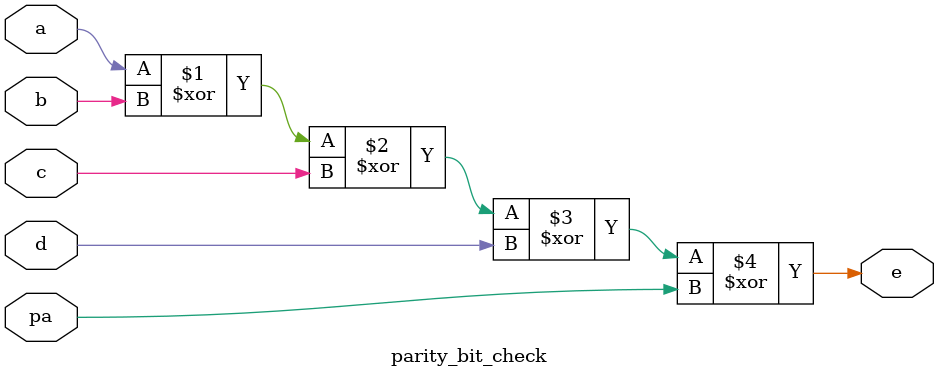
<source format=v>
`timescale 1ns / 1ps
module parity_bit_check(
    input a, b, c, d, pa,
    output e
    );
    assign e = a ^ b ^ c ^ d ^ pa;

endmodule

</source>
